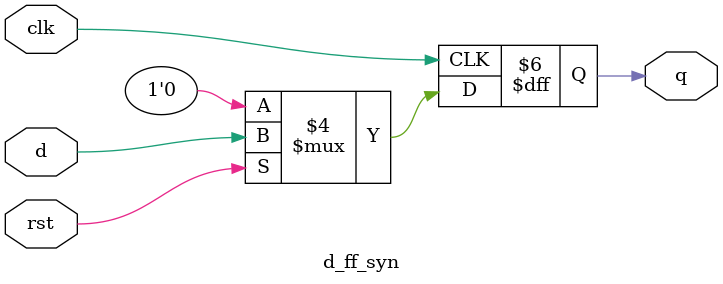
<source format=v>
module d_ff_asyn(d,clk,rst,q);
input d,clk,rst;
output reg q;
always@(posedge clk or negedge rst)
begin
if (!rst) 
  q <= 1'b0;
  else 
  q <= d;
end
endmodule

module d_ff_syn(d,clk,rst,q);
input d,clk,rst;
output reg q;
always@(posedge clk)
begin
if (!rst) 
  q <= 1'b0;
  else 
  q <= d;
end
endmodule

</source>
